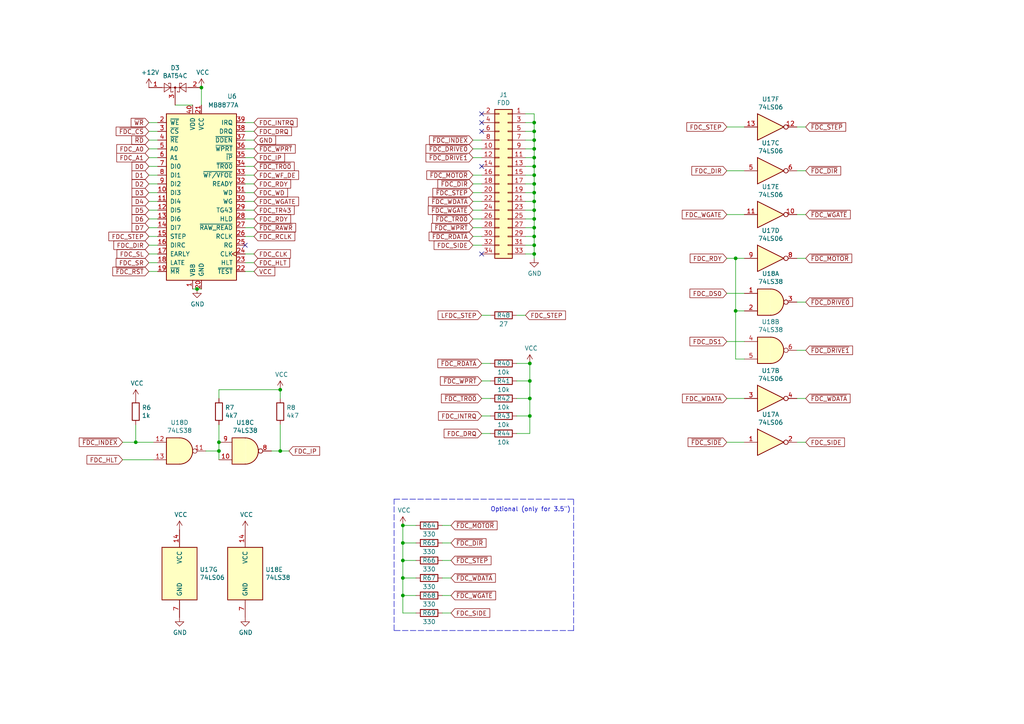
<source format=kicad_sch>
(kicad_sch (version 20230121) (generator eeschema)
  (paper "A4")
  (title_block (title "Karabas Pro") (date "2024-05-01") (rev "F"))
  (lib_symbols
    (symbol "74xx:74LS06" (pin_names (offset 1.016))
      (property "Reference" "U" (at 0 1.27 0))
      (property "Value" "74LS06" (at 0 -1.27 0))
      (symbol "74LS06_1_0"
        (polyline (pts (xy -3.81 3.81) (xy -3.81 -3.81) (xy 3.81 0) (xy -3.81 3.81)) (stroke (width 0.254)) (fill (type background)))
        (pin input line (at -7.62 0 0) (length 3.81) (name "~") (number "1"))
        (pin open_collector inverted (at 7.62 0 180) (length 3.81) (name "~") (number "2"))
      )
      (symbol "74LS06_2_0"
        (polyline (pts (xy -3.81 3.81) (xy -3.81 -3.81) (xy 3.81 0) (xy -3.81 3.81)) (stroke (width 0.254)) (fill (type background)))
        (pin input line (at -7.62 0 0) (length 3.81) (name "~") (number "3"))
        (pin open_collector inverted (at 7.62 0 180) (length 3.81) (name "~") (number "4"))
      )
      (symbol "74LS06_3_0"
        (polyline (pts (xy -3.81 3.81) (xy -3.81 -3.81) (xy 3.81 0) (xy -3.81 3.81)) (stroke (width 0.254)) (fill (type background)))
        (pin input line (at -7.62 0 0) (length 3.81) (name "~") (number "5"))
        (pin open_collector inverted (at 7.62 0 180) (length 3.81) (name "~") (number "6"))
      )
      (symbol "74LS06_4_0"
        (polyline (pts (xy -3.81 3.81) (xy -3.81 -3.81) (xy 3.81 0) (xy -3.81 3.81)) (stroke (width 0.254)) (fill (type background)))
        (pin open_collector inverted (at 7.62 0 180) (length 3.81) (name "~") (number "8"))
        (pin input line (at -7.62 0 0) (length 3.81) (name "~") (number "9"))
      )
      (symbol "74LS06_5_0"
        (polyline (pts (xy -3.81 3.81) (xy -3.81 -3.81) (xy 3.81 0) (xy -3.81 3.81)) (stroke (width 0.254)) (fill (type background)))
        (pin open_collector inverted (at 7.62 0 180) (length 3.81) (name "~") (number "10"))
        (pin input line (at -7.62 0 0) (length 3.81) (name "~") (number "11"))
      )
      (symbol "74LS06_6_0"
        (polyline (pts (xy -3.81 3.81) (xy -3.81 -3.81) (xy 3.81 0) (xy -3.81 3.81)) (stroke (width 0.254)) (fill (type background)))
        (pin open_collector inverted (at 7.62 0 180) (length 3.81) (name "~") (number "12"))
        (pin input line (at -7.62 0 0) (length 3.81) (name "~") (number "13"))
      )
      (symbol "74LS06_7_0"
        (pin power_in line (at 0 12.7 270) (length 5.08) (name "VCC") (number "14"))
        (pin power_in line (at 0 -12.7 90) (length 5.08) (name "GND") (number "7"))
      )
      (symbol "74LS06_7_1"
        (rectangle (start -5.08 7.62) (end 5.08 -7.62) (stroke (width 0.254)) (fill (type background)))
      )
    )
    (symbol "74xx:74LS38" (pin_names (offset 1.016))
      (property "Reference" "U" (at 0 1.27 0))
      (property "Value" "74LS38" (at 0 -1.27 0))
      (symbol "74LS38_1_1"
        (arc (start 0 -3.81) (mid 3.7934 0) (end 0 3.81) (stroke (width 0.254)) (fill (type background)))
        (polyline (pts (xy 0 3.81) (xy -3.81 3.81) (xy -3.81 -3.81) (xy 0 -3.81)) (stroke (width 0.254)) (fill (type background)))
        (pin input line (at -7.62 2.54 0) (length 3.81) (name "~") (number "1"))
        (pin input line (at -7.62 -2.54 0) (length 3.81) (name "~") (number "2"))
        (pin open_collector inverted (at 7.62 0 180) (length 3.81) (name "~") (number "3"))
      )
      (symbol "74LS38_1_2"
        (arc (start -3.81 -3.81) (mid -2.589 0) (end -3.81 3.81) (stroke (width 0.254)))
        (arc (start -0.6096 -3.81) (mid 2.1855 -2.584) (end 3.81 0) (stroke (width 0.254)) (fill (type background)))
        (polyline (pts (xy -3.81 -3.81) (xy -0.635 -3.81)) (stroke (width 0.254)) (fill (type background)))
        (polyline (pts (xy -3.81 3.81) (xy -0.635 3.81)) (stroke (width 0.254)) (fill (type background)))
        (polyline (pts (xy -0.635 3.81) (xy -3.81 3.81) (xy -3.81 3.81) (xy -3.556 3.4036) (xy -3.0226 2.2606) (xy -2.6924 1.0414) (xy -2.6162 -0.254) (xy -2.7686 -1.4986) (xy -3.175 -2.7178) (xy -3.81 -3.81) (xy -3.81 -3.81) (xy -0.635 -3.81)) (stroke (width -25.4)) (fill (type background)))
        (arc (start 3.81 0) (mid 2.1928 2.5925) (end -0.6096 3.81) (stroke (width 0.254)) (fill (type background)))
        (pin input inverted (at -7.62 2.54 0) (length 4.318) (name "~") (number "1"))
        (pin input inverted (at -7.62 -2.54 0) (length 4.318) (name "~") (number "2"))
        (pin open_collector line (at 7.62 0 180) (length 3.81) (name "~") (number "3"))
      )
      (symbol "74LS38_2_1"
        (arc (start 0 -3.81) (mid 3.7934 0) (end 0 3.81) (stroke (width 0.254)) (fill (type background)))
        (polyline (pts (xy 0 3.81) (xy -3.81 3.81) (xy -3.81 -3.81) (xy 0 -3.81)) (stroke (width 0.254)) (fill (type background)))
        (pin input line (at -7.62 2.54 0) (length 3.81) (name "~") (number "4"))
        (pin input line (at -7.62 -2.54 0) (length 3.81) (name "~") (number "5"))
        (pin open_collector inverted (at 7.62 0 180) (length 3.81) (name "~") (number "6"))
      )
      (symbol "74LS38_2_2"
        (arc (start -3.81 -3.81) (mid -2.589 0) (end -3.81 3.81) (stroke (width 0.254)))
        (arc (start -0.6096 -3.81) (mid 2.1855 -2.584) (end 3.81 0) (stroke (width 0.254)) (fill (type background)))
        (polyline (pts (xy -3.81 -3.81) (xy -0.635 -3.81)) (stroke (width 0.254)) (fill (type background)))
        (polyline (pts (xy -3.81 3.81) (xy -0.635 3.81)) (stroke (width 0.254)) (fill (type background)))
        (polyline (pts (xy -0.635 3.81) (xy -3.81 3.81) (xy -3.81 3.81) (xy -3.556 3.4036) (xy -3.0226 2.2606) (xy -2.6924 1.0414) (xy -2.6162 -0.254) (xy -2.7686 -1.4986) (xy -3.175 -2.7178) (xy -3.81 -3.81) (xy -3.81 -3.81) (xy -0.635 -3.81)) (stroke (width -25.4)) (fill (type background)))
        (arc (start 3.81 0) (mid 2.1928 2.5925) (end -0.6096 3.81) (stroke (width 0.254)) (fill (type background)))
        (pin input inverted (at -7.62 2.54 0) (length 4.318) (name "~") (number "4"))
        (pin input inverted (at -7.62 -2.54 0) (length 4.318) (name "~") (number "5"))
        (pin open_collector line (at 7.62 0 180) (length 3.81) (name "~") (number "6"))
      )
      (symbol "74LS38_3_1"
        (arc (start 0 -3.81) (mid 3.7934 0) (end 0 3.81) (stroke (width 0.254)) (fill (type background)))
        (polyline (pts (xy 0 3.81) (xy -3.81 3.81) (xy -3.81 -3.81) (xy 0 -3.81)) (stroke (width 0.254)) (fill (type background)))
        (pin input line (at -7.62 -2.54 0) (length 3.81) (name "~") (number "10"))
        (pin open_collector inverted (at 7.62 0 180) (length 3.81) (name "~") (number "8"))
        (pin input line (at -7.62 2.54 0) (length 3.81) (name "~") (number "9"))
      )
      (symbol "74LS38_3_2"
        (arc (start -3.81 -3.81) (mid -2.589 0) (end -3.81 3.81) (stroke (width 0.254)))
        (arc (start -0.6096 -3.81) (mid 2.1855 -2.584) (end 3.81 0) (stroke (width 0.254)) (fill (type background)))
        (polyline (pts (xy -3.81 -3.81) (xy -0.635 -3.81)) (stroke (width 0.254)) (fill (type background)))
        (polyline (pts (xy -3.81 3.81) (xy -0.635 3.81)) (stroke (width 0.254)) (fill (type background)))
        (polyline (pts (xy -0.635 3.81) (xy -3.81 3.81) (xy -3.81 3.81) (xy -3.556 3.4036) (xy -3.0226 2.2606) (xy -2.6924 1.0414) (xy -2.6162 -0.254) (xy -2.7686 -1.4986) (xy -3.175 -2.7178) (xy -3.81 -3.81) (xy -3.81 -3.81) (xy -0.635 -3.81)) (stroke (width -25.4)) (fill (type background)))
        (arc (start 3.81 0) (mid 2.1928 2.5925) (end -0.6096 3.81) (stroke (width 0.254)) (fill (type background)))
        (pin input inverted (at -7.62 -2.54 0) (length 4.318) (name "~") (number "10"))
        (pin open_collector line (at 7.62 0 180) (length 3.81) (name "~") (number "8"))
        (pin input inverted (at -7.62 2.54 0) (length 4.318) (name "~") (number "9"))
      )
      (symbol "74LS38_4_1"
        (arc (start 0 -3.81) (mid 3.7934 0) (end 0 3.81) (stroke (width 0.254)) (fill (type background)))
        (polyline (pts (xy 0 3.81) (xy -3.81 3.81) (xy -3.81 -3.81) (xy 0 -3.81)) (stroke (width 0.254)) (fill (type background)))
        (pin open_collector inverted (at 7.62 0 180) (length 3.81) (name "~") (number "11"))
        (pin input line (at -7.62 2.54 0) (length 3.81) (name "~") (number "12"))
        (pin input line (at -7.62 -2.54 0) (length 3.81) (name "~") (number "13"))
      )
      (symbol "74LS38_4_2"
        (arc (start -3.81 -3.81) (mid -2.589 0) (end -3.81 3.81) (stroke (width 0.254)))
        (arc (start -0.6096 -3.81) (mid 2.1855 -2.584) (end 3.81 0) (stroke (width 0.254)) (fill (type background)))
        (polyline (pts (xy -3.81 -3.81) (xy -0.635 -3.81)) (stroke (width 0.254)) (fill (type background)))
        (polyline (pts (xy -3.81 3.81) (xy -0.635 3.81)) (stroke (width 0.254)) (fill (type background)))
        (polyline (pts (xy -0.635 3.81) (xy -3.81 3.81) (xy -3.81 3.81) (xy -3.556 3.4036) (xy -3.0226 2.2606) (xy -2.6924 1.0414) (xy -2.6162 -0.254) (xy -2.7686 -1.4986) (xy -3.175 -2.7178) (xy -3.81 -3.81) (xy -3.81 -3.81) (xy -0.635 -3.81)) (stroke (width -25.4)) (fill (type background)))
        (arc (start 3.81 0) (mid 2.1928 2.5925) (end -0.6096 3.81) (stroke (width 0.254)) (fill (type background)))
        (pin open_collector line (at 7.62 0 180) (length 3.81) (name "~") (number "11"))
        (pin input inverted (at -7.62 2.54 0) (length 4.318) (name "~") (number "12"))
        (pin input inverted (at -7.62 -2.54 0) (length 4.318) (name "~") (number "13"))
      )
      (symbol "74LS38_5_0"
        (pin power_in line (at 0 12.7 270) (length 5.08) (name "VCC") (number "14"))
        (pin power_in line (at 0 -12.7 90) (length 5.08) (name "GND") (number "7"))
      )
      (symbol "74LS38_5_1"
        (rectangle (start -5.08 7.62) (end 5.08 -7.62) (stroke (width 0.254)) (fill (type background)))
      )
    )
    (symbol "Connector_Generic:Conn_02x17_Odd_Even" (pin_names (offset 1.016) hide)
      (property "Reference" "J" (at 1.27 22.86 0))
      (property "Value" "Conn_02x17_Odd_Even" (at 1.27 -22.86 0))
      (symbol "Conn_02x17_Odd_Even_1_1"
        (rectangle (start -1.27 -20.193) (end 0 -20.447) (stroke (width 0.1524)))
        (rectangle (start -1.27 -17.653) (end 0 -17.907) (stroke (width 0.1524)))
        (rectangle (start -1.27 -15.113) (end 0 -15.367) (stroke (width 0.1524)))
        (rectangle (start -1.27 -12.573) (end 0 -12.827) (stroke (width 0.1524)))
        (rectangle (start -1.27 -10.033) (end 0 -10.287) (stroke (width 0.1524)))
        (rectangle (start -1.27 -7.493) (end 0 -7.747) (stroke (width 0.1524)))
        (rectangle (start -1.27 -4.953) (end 0 -5.207) (stroke (width 0.1524)))
        (rectangle (start -1.27 -2.413) (end 0 -2.667) (stroke (width 0.1524)))
        (rectangle (start -1.27 0.127) (end 0 -0.127) (stroke (width 0.1524)))
        (rectangle (start -1.27 2.667) (end 0 2.413) (stroke (width 0.1524)))
        (rectangle (start -1.27 5.207) (end 0 4.953) (stroke (width 0.1524)))
        (rectangle (start -1.27 7.747) (end 0 7.493) (stroke (width 0.1524)))
        (rectangle (start -1.27 10.287) (end 0 10.033) (stroke (width 0.1524)))
        (rectangle (start -1.27 12.827) (end 0 12.573) (stroke (width 0.1524)))
        (rectangle (start -1.27 15.367) (end 0 15.113) (stroke (width 0.1524)))
        (rectangle (start -1.27 17.907) (end 0 17.653) (stroke (width 0.1524)))
        (rectangle (start -1.27 20.447) (end 0 20.193) (stroke (width 0.1524)))
        (rectangle (start -1.27 21.59) (end 3.81 -21.59) (stroke (width 0.254)) (fill (type background)))
        (rectangle (start 3.81 -20.193) (end 2.54 -20.447) (stroke (width 0.1524)))
        (rectangle (start 3.81 -17.653) (end 2.54 -17.907) (stroke (width 0.1524)))
        (rectangle (start 3.81 -15.113) (end 2.54 -15.367) (stroke (width 0.1524)))
        (rectangle (start 3.81 -12.573) (end 2.54 -12.827) (stroke (width 0.1524)))
        (rectangle (start 3.81 -10.033) (end 2.54 -10.287) (stroke (width 0.1524)))
        (rectangle (start 3.81 -7.493) (end 2.54 -7.747) (stroke (width 0.1524)))
        (rectangle (start 3.81 -4.953) (end 2.54 -5.207) (stroke (width 0.1524)))
        (rectangle (start 3.81 -2.413) (end 2.54 -2.667) (stroke (width 0.1524)))
        (rectangle (start 3.81 0.127) (end 2.54 -0.127) (stroke (width 0.1524)))
        (rectangle (start 3.81 2.667) (end 2.54 2.413) (stroke (width 0.1524)))
        (rectangle (start 3.81 5.207) (end 2.54 4.953) (stroke (width 0.1524)))
        (rectangle (start 3.81 7.747) (end 2.54 7.493) (stroke (width 0.1524)))
        (rectangle (start 3.81 10.287) (end 2.54 10.033) (stroke (width 0.1524)))
        (rectangle (start 3.81 12.827) (end 2.54 12.573) (stroke (width 0.1524)))
        (rectangle (start 3.81 15.367) (end 2.54 15.113) (stroke (width 0.1524)))
        (rectangle (start 3.81 17.907) (end 2.54 17.653) (stroke (width 0.1524)))
        (rectangle (start 3.81 20.447) (end 2.54 20.193) (stroke (width 0.1524)))
        (pin passive line (at -5.08 20.32 0) (length 3.81) (name "Pin_1") (number "1"))
        (pin passive line (at 7.62 10.16 180) (length 3.81) (name "Pin_10") (number "10"))
        (pin passive line (at -5.08 7.62 0) (length 3.81) (name "Pin_11") (number "11"))
        (pin passive line (at 7.62 7.62 180) (length 3.81) (name "Pin_12") (number "12"))
        (pin passive line (at -5.08 5.08 0) (length 3.81) (name "Pin_13") (number "13"))
        (pin passive line (at 7.62 5.08 180) (length 3.81) (name "Pin_14") (number "14"))
        (pin passive line (at -5.08 2.54 0) (length 3.81) (name "Pin_15") (number "15"))
        (pin passive line (at 7.62 2.54 180) (length 3.81) (name "Pin_16") (number "16"))
        (pin passive line (at -5.08 0 0) (length 3.81) (name "Pin_17") (number "17"))
        (pin passive line (at 7.62 0 180) (length 3.81) (name "Pin_18") (number "18"))
        (pin passive line (at -5.08 -2.54 0) (length 3.81) (name "Pin_19") (number "19"))
        (pin passive line (at 7.62 20.32 180) (length 3.81) (name "Pin_2") (number "2"))
        (pin passive line (at 7.62 -2.54 180) (length 3.81) (name "Pin_20") (number "20"))
        (pin passive line (at -5.08 -5.08 0) (length 3.81) (name "Pin_21") (number "21"))
        (pin passive line (at 7.62 -5.08 180) (length 3.81) (name "Pin_22") (number "22"))
        (pin passive line (at -5.08 -7.62 0) (length 3.81) (name "Pin_23") (number "23"))
        (pin passive line (at 7.62 -7.62 180) (length 3.81) (name "Pin_24") (number "24"))
        (pin passive line (at -5.08 -10.16 0) (length 3.81) (name "Pin_25") (number "25"))
        (pin passive line (at 7.62 -10.16 180) (length 3.81) (name "Pin_26") (number "26"))
        (pin passive line (at -5.08 -12.7 0) (length 3.81) (name "Pin_27") (number "27"))
        (pin passive line (at 7.62 -12.7 180) (length 3.81) (name "Pin_28") (number "28"))
        (pin passive line (at -5.08 -15.24 0) (length 3.81) (name "Pin_29") (number "29"))
        (pin passive line (at -5.08 17.78 0) (length 3.81) (name "Pin_3") (number "3"))
        (pin passive line (at 7.62 -15.24 180) (length 3.81) (name "Pin_30") (number "30"))
        (pin passive line (at -5.08 -17.78 0) (length 3.81) (name "Pin_31") (number "31"))
        (pin passive line (at 7.62 -17.78 180) (length 3.81) (name "Pin_32") (number "32"))
        (pin passive line (at -5.08 -20.32 0) (length 3.81) (name "Pin_33") (number "33"))
        (pin passive line (at 7.62 -20.32 180) (length 3.81) (name "Pin_34") (number "34"))
        (pin passive line (at 7.62 17.78 180) (length 3.81) (name "Pin_4") (number "4"))
        (pin passive line (at -5.08 15.24 0) (length 3.81) (name "Pin_5") (number "5"))
        (pin passive line (at 7.62 15.24 180) (length 3.81) (name "Pin_6") (number "6"))
        (pin passive line (at -5.08 12.7 0) (length 3.81) (name "Pin_7") (number "7"))
        (pin passive line (at 7.62 12.7 180) (length 3.81) (name "Pin_8") (number "8"))
        (pin passive line (at -5.08 10.16 0) (length 3.81) (name "Pin_9") (number "9"))
      )
    )
    (symbol "Device:R" (pin_numbers hide) (pin_names (offset 0))
      (property "Reference" "R" (at 2.032 0 90))
      (property "Value" "R" (at 0 0 90))
      (symbol "R_0_1"
        (rectangle (start -1.016 -2.54) (end 1.016 2.54) (stroke (width 0.254)))
      )
      (symbol "R_1_1"
        (pin passive line (at 0 3.81 270) (length 1.27) (name "~") (number "1"))
        (pin passive line (at 0 -3.81 90) (length 1.27) (name "~") (number "2"))
      )
    )
    (symbol "Diode:BAT54C" (pin_names (offset 1.016))
      (property "Reference" "D" (at 0.635 -3.81 0))
      (property "Value" "BAT54C" (at -6.35 3.175 0))
      (symbol "BAT54C_0_1"
        (polyline (pts (xy -1.905 0) (xy 1.905 0)))
        (polyline (pts (xy -1.905 1.27) (xy -1.905 1.016)))
        (polyline (pts (xy -1.27 -1.27) (xy -0.635 -1.27)))
        (polyline (pts (xy -1.27 0) (xy -3.81 0)))
        (polyline (pts (xy -1.27 1.27) (xy -1.905 1.27)))
        (polyline (pts (xy -1.27 1.27) (xy -1.27 -1.27)))
        (polyline (pts (xy -0.635 -1.27) (xy -0.635 -1.016)))
        (polyline (pts (xy 0.635 -1.27) (xy 0.635 -1.016)))
        (polyline (pts (xy 1.27 -1.27) (xy 0.635 -1.27)))
        (polyline (pts (xy 1.27 1.27) (xy 1.27 -1.27)))
        (polyline (pts (xy 1.27 1.27) (xy 1.905 1.27)))
        (polyline (pts (xy 1.905 1.27) (xy 1.905 1.016)))
        (polyline (pts (xy 3.81 0) (xy 1.27 0)))
        (polyline (pts (xy -3.175 -1.27) (xy -3.175 1.27) (xy -1.27 0) (xy -3.175 -1.27)))
        (polyline (pts (xy 3.175 -1.27) (xy 3.175 1.27) (xy 1.27 0) (xy 3.175 -1.27)))
        (circle (center 0 0) (radius 0.254) (fill (type outline)))
      )
      (symbol "BAT54C_1_1"
        (pin passive line (at -7.62 0 0) (length 3.81) (name "~") (number "1"))
        (pin passive line (at 7.62 0 180) (length 3.81) (name "~") (number "2"))
        (pin passive line (at 0 -5.08 90) (length 5.08) (name "~") (number "3"))
      )
    )
    (symbol "power:+12V" (power) (pin_names (offset 0))
      (property "Value" "+12V" (at 0 3.556 0))
      (symbol "+12V_0_1"
        (polyline (pts (xy -0.762 1.27) (xy 0 2.54)))
        (polyline (pts (xy 0 0) (xy 0 2.54)))
        (polyline (pts (xy 0 2.54) (xy 0.762 1.27)))
      )
      (symbol "+12V_1_1"
        (pin power_in line (at 0 0 90) (length 0) hide (name "+12V") (number "1"))
      )
    )
    (symbol "power:GND" (power) (pin_names (offset 0))
      (property "Value" "GND" (at 0 -3.81 0))
      (symbol "GND_0_1"
        (polyline (pts (xy 0 0) (xy 0 -1.27) (xy 1.27 -1.27) (xy 0 -2.54) (xy -1.27 -1.27) (xy 0 -1.27)))
      )
      (symbol "GND_1_1"
        (pin power_in line (at 0 0 270) (length 0) hide (name "GND") (number "1"))
      )
    )
    (symbol "power:VCC" (power) (pin_names (offset 0))
      (property "Value" "VCC" (at 0 3.81 0))
      (symbol "VCC_0_1"
        (polyline (pts (xy -0.762 1.27) (xy 0 2.54)))
        (polyline (pts (xy 0 0) (xy 0 2.54)))
        (polyline (pts (xy 0 2.54) (xy 0.762 1.27)))
      )
      (symbol "VCC_1_1"
        (pin power_in line (at 0 0 90) (length 0) hide (name "VCC") (number "1"))
      )
    )
    (symbol "retro:MB8877A" (pin_names (offset 1.016))
      (property "Reference" "U" (at -8.89 24.13 0))
      (property "Value" "MB8877A" (at 8.382 24.384 0))
      (symbol "MB8877A_0_1"
        (rectangle (start -10.16 22.86) (end 10.16 -25.4) (stroke (width 0.254)) (fill (type background)))
      )
      (symbol "MB8877A_1_1"
        (pin power_in line (at -2.54 -27.94 90) (length 2.54) (name "VBB") (number "1"))
        (pin tri_state line (at -12.7 0 0) (length 2.54) (name "DI3") (number "10"))
        (pin tri_state line (at -12.7 -2.54 0) (length 2.54) (name "DI4") (number "11"))
        (pin tri_state line (at -12.7 -5.08 0) (length 2.54) (name "DI5") (number "12"))
        (pin tri_state line (at -12.7 -7.62 0) (length 2.54) (name "DI6") (number "13"))
        (pin tri_state line (at -12.7 -10.16 0) (length 2.54) (name "DI7") (number "14"))
        (pin output line (at -12.7 -12.7 0) (length 2.54) (name "STEP") (number "15"))
        (pin output line (at -12.7 -15.24 0) (length 2.54) (name "DIRC") (number "16"))
        (pin output line (at -12.7 -17.78 0) (length 2.54) (name "EARLY") (number "17"))
        (pin input line (at -12.7 -20.32 0) (length 2.54) (name "LATE") (number "18"))
        (pin input line (at -12.7 -22.86 0) (length 2.54) (name "~{MR}") (number "19"))
        (pin input line (at -12.7 20.32 0) (length 2.54) (name "~{WE}") (number "2"))
        (pin power_in line (at 0 -27.94 90) (length 2.54) (name "GND") (number "20"))
        (pin power_in line (at 0 25.4 270) (length 2.54) (name "VCC") (number "21"))
        (pin input line (at 12.7 -22.86 180) (length 2.54) (name "~{TEST}") (number "22"))
        (pin input line (at 12.7 -20.32 180) (length 2.54) (name "HLT") (number "23"))
        (pin input clock (at 12.7 -17.78 180) (length 2.54) (name "CLK") (number "24"))
        (pin input line (at 12.7 -15.24 180) (length 2.54) (name "RG") (number "25"))
        (pin input line (at 12.7 -12.7 180) (length 2.54) (name "RCLK") (number "26"))
        (pin input line (at 12.7 -10.16 180) (length 2.54) (name "~{RAW_READ}") (number "27"))
        (pin input line (at 12.7 -7.62 180) (length 2.54) (name "HLD") (number "28"))
        (pin output line (at 12.7 -5.08 180) (length 2.54) (name "TG43") (number "29"))
        (pin input line (at -12.7 17.78 0) (length 2.54) (name "~{CS}") (number "3"))
        (pin output line (at 12.7 -2.54 180) (length 2.54) (name "WG") (number "30"))
        (pin output line (at 12.7 0 180) (length 2.54) (name "WD") (number "31"))
        (pin input line (at 12.7 2.54 180) (length 2.54) (name "READY") (number "32"))
        (pin input line (at 12.7 5.08 180) (length 2.54) (name "~{WF/VFOE}") (number "33"))
        (pin input line (at 12.7 7.62 180) (length 2.54) (name "~{TR00}") (number "34"))
        (pin input line (at 12.7 10.16 180) (length 2.54) (name "~{IP}") (number "35"))
        (pin input line (at 12.7 12.7 180) (length 2.54) (name "~{WPRT}") (number "36"))
        (pin input line (at 12.7 15.24 180) (length 2.54) (name "~{DDEN}") (number "37"))
        (pin output line (at 12.7 17.78 180) (length 2.54) (name "DRQ") (number "38"))
        (pin input line (at 12.7 20.32 180) (length 2.54) (name "IRQ") (number "39"))
        (pin input line (at -12.7 15.24 0) (length 2.54) (name "~{RE}") (number "4"))
        (pin power_in line (at -2.54 25.4 270) (length 2.54) (name "VDD") (number "40"))
        (pin input line (at -12.7 12.7 0) (length 2.54) (name "A0") (number "5"))
        (pin input line (at -12.7 10.16 0) (length 2.54) (name "A1") (number "6"))
        (pin tri_state line (at -12.7 7.62 0) (length 2.54) (name "DI0") (number "7"))
        (pin tri_state line (at -12.7 5.08 0) (length 2.54) (name "DI1") (number "8"))
        (pin tri_state line (at -12.7 2.54 0) (length 2.54) (name "DI2") (number "9"))
      )
    )
  )
  (junction (at 153.67 105.41))
  (junction (at 116.84 167.64))
  (junction (at 153.67 110.49))
  (junction (at 116.84 152.4))
  (junction (at 213.36 74.93))
  (junction (at 154.94 68.58))
  (junction (at 154.94 63.5))
  (junction (at 116.84 157.48))
  (junction (at 58.42 25.4))
  (junction (at 63.5 128.27))
  (junction (at 154.94 40.64))
  (junction (at 154.94 73.66))
  (junction (at 81.28 130.81))
  (junction (at 81.28 113.03))
  (junction (at 154.94 60.96))
  (junction (at 154.94 38.1))
  (junction (at 63.5 130.81))
  (junction (at 154.94 71.12))
  (junction (at 154.94 35.56))
  (junction (at 154.94 55.88))
  (junction (at 153.67 115.57))
  (junction (at 39.37 128.27))
  (junction (at 154.94 43.18))
  (junction (at 154.94 58.42))
  (junction (at 57.15 83.82))
  (junction (at 154.94 66.04))
  (junction (at 154.94 50.8))
  (junction (at 154.94 48.26))
  (junction (at 154.94 53.34))
  (junction (at 153.67 120.65))
  (junction (at 154.94 45.72))
  (junction (at 116.84 162.56))
  (junction (at 213.36 90.17))
  (junction (at 116.84 172.72))
  (no_connect (at 139.7 38.1))
  (no_connect (at 139.7 35.56))
  (no_connect (at 139.7 33.02))
  (no_connect (at 139.7 48.26))
  (no_connect (at 71.12 71.12))
  (no_connect (at 139.7 73.66))
  (wire (pts (xy 116.84 162.56) (xy 116.84 167.64)))
  (wire (pts (xy 152.4 68.58) (xy 154.94 68.58)))
  (wire (pts (xy 81.28 130.81) (xy 81.28 123.19)))
  (wire (pts (xy 154.94 43.18) (xy 154.94 45.72)))
  (wire (pts (xy 63.5 130.81) (xy 63.5 133.35)))
  (wire (pts (xy 120.65 172.72) (xy 116.84 172.72)))
  (wire (pts (xy 43.18 38.1) (xy 45.72 38.1)))
  (wire (pts (xy 128.27 167.64) (xy 130.81 167.64)))
  (wire (pts (xy 137.16 50.8) (xy 139.7 50.8)))
  (wire (pts (xy 154.94 45.72) (xy 154.94 48.26)))
  (wire (pts (xy 137.16 68.58) (xy 139.7 68.58)))
  (wire (pts (xy 231.14 87.63) (xy 233.68 87.63)))
  (wire (pts (xy 154.94 35.56) (xy 154.94 38.1)))
  (wire (pts (xy 139.7 115.57) (xy 142.24 115.57)))
  (wire (pts (xy 43.18 63.5) (xy 45.72 63.5)))
  (wire (pts (xy 152.4 33.02) (xy 154.94 33.02)))
  (wire (pts (xy 71.12 50.8) (xy 73.66 50.8)))
  (wire (pts (xy 210.82 49.53) (xy 215.9 49.53)))
  (wire (pts (xy 152.4 66.04) (xy 154.94 66.04)))
  (wire (pts (xy 73.66 58.42) (xy 71.12 58.42)))
  (wire (pts (xy 154.94 68.58) (xy 154.94 71.12)))
  (wire (pts (xy 154.94 33.02) (xy 154.94 35.56)))
  (wire (pts (xy 231.14 115.57) (xy 233.68 115.57)))
  (wire (pts (xy 120.65 167.64) (xy 116.84 167.64)))
  (wire (pts (xy 63.5 113.03) (xy 81.28 113.03)))
  (wire (pts (xy 152.4 60.96) (xy 154.94 60.96)))
  (wire (pts (xy 120.65 177.8) (xy 116.84 177.8)))
  (wire (pts (xy 137.16 58.42) (xy 139.7 58.42)))
  (polyline (pts (xy 114.3 182.88) (xy 114.3 144.78)) (stroke (width 0) (type dash)))
  (wire (pts (xy 153.67 110.49) (xy 153.67 115.57)))
  (wire (pts (xy 137.16 43.18) (xy 139.7 43.18)))
  (wire (pts (xy 43.18 40.64) (xy 45.72 40.64)))
  (wire (pts (xy 57.15 83.82) (xy 58.42 83.82)))
  (wire (pts (xy 44.45 128.27) (xy 39.37 128.27)))
  (wire (pts (xy 231.14 101.6) (xy 233.68 101.6)))
  (wire (pts (xy 73.66 43.18) (xy 71.12 43.18)))
  (wire (pts (xy 83.82 130.81) (xy 81.28 130.81)))
  (wire (pts (xy 128.27 177.8) (xy 130.81 177.8)))
  (wire (pts (xy 215.9 104.14) (xy 213.36 104.14)))
  (wire (pts (xy 63.5 115.57) (xy 63.5 113.03)))
  (wire (pts (xy 43.18 66.04) (xy 45.72 66.04)))
  (wire (pts (xy 149.86 120.65) (xy 153.67 120.65)))
  (wire (pts (xy 73.66 78.74) (xy 71.12 78.74)))
  (wire (pts (xy 63.5 130.81) (xy 63.5 128.27)))
  (wire (pts (xy 137.16 63.5) (xy 139.7 63.5)))
  (wire (pts (xy 231.14 62.23) (xy 233.68 62.23)))
  (polyline (pts (xy 114.3 144.78) (xy 166.37 144.78)) (stroke (width 0) (type dash)))
  (wire (pts (xy 116.84 167.64) (xy 116.84 172.72)))
  (wire (pts (xy 231.14 128.27) (xy 233.68 128.27)))
  (wire (pts (xy 43.18 48.26) (xy 45.72 48.26)))
  (wire (pts (xy 137.16 55.88) (xy 139.7 55.88)))
  (wire (pts (xy 71.12 60.96) (xy 73.66 60.96)))
  (wire (pts (xy 39.37 128.27) (xy 39.37 123.19)))
  (wire (pts (xy 43.18 35.56) (xy 45.72 35.56)))
  (wire (pts (xy 149.86 110.49) (xy 153.67 110.49)))
  (wire (pts (xy 154.94 53.34) (xy 154.94 55.88)))
  (wire (pts (xy 63.5 123.19) (xy 63.5 128.27)))
  (wire (pts (xy 43.18 58.42) (xy 45.72 58.42)))
  (wire (pts (xy 154.94 50.8) (xy 154.94 53.34)))
  (wire (pts (xy 139.7 125.73) (xy 142.24 125.73)))
  (wire (pts (xy 116.84 157.48) (xy 116.84 152.4)))
  (wire (pts (xy 152.4 45.72) (xy 154.94 45.72)))
  (wire (pts (xy 154.94 58.42) (xy 154.94 60.96)))
  (wire (pts (xy 152.4 48.26) (xy 154.94 48.26)))
  (wire (pts (xy 43.18 78.74) (xy 45.72 78.74)))
  (wire (pts (xy 154.94 71.12) (xy 154.94 73.66)))
  (wire (pts (xy 149.86 105.41) (xy 153.67 105.41)))
  (wire (pts (xy 73.66 73.66) (xy 71.12 73.66)))
  (wire (pts (xy 152.4 55.88) (xy 154.94 55.88)))
  (wire (pts (xy 210.82 115.57) (xy 215.9 115.57)))
  (wire (pts (xy 71.12 55.88) (xy 73.66 55.88)))
  (wire (pts (xy 81.28 115.57) (xy 81.28 113.03)))
  (wire (pts (xy 50.8 30.48) (xy 55.88 30.48)))
  (wire (pts (xy 59.69 130.81) (xy 63.5 130.81)))
  (wire (pts (xy 213.36 90.17) (xy 213.36 74.93)))
  (wire (pts (xy 137.16 60.96) (xy 139.7 60.96)))
  (wire (pts (xy 116.84 157.48) (xy 116.84 162.56)))
  (wire (pts (xy 152.4 53.34) (xy 154.94 53.34)))
  (wire (pts (xy 128.27 162.56) (xy 130.81 162.56)))
  (wire (pts (xy 43.18 43.18) (xy 45.72 43.18)))
  (wire (pts (xy 154.94 38.1) (xy 154.94 40.64)))
  (wire (pts (xy 137.16 40.64) (xy 139.7 40.64)))
  (wire (pts (xy 71.12 76.2) (xy 73.66 76.2)))
  (wire (pts (xy 154.94 63.5) (xy 154.94 66.04)))
  (wire (pts (xy 128.27 152.4) (xy 130.81 152.4)))
  (wire (pts (xy 58.42 25.4) (xy 58.42 30.48)))
  (wire (pts (xy 154.94 60.96) (xy 154.94 63.5)))
  (wire (pts (xy 128.27 172.72) (xy 130.81 172.72)))
  (wire (pts (xy 71.12 40.64) (xy 73.66 40.64)))
  (wire (pts (xy 153.67 115.57) (xy 153.67 120.65)))
  (wire (pts (xy 43.18 60.96) (xy 45.72 60.96)))
  (wire (pts (xy 43.18 55.88) (xy 45.72 55.88)))
  (wire (pts (xy 43.18 68.58) (xy 45.72 68.58)))
  (wire (pts (xy 152.4 58.42) (xy 154.94 58.42)))
  (wire (pts (xy 149.86 91.44) (xy 152.4 91.44)))
  (wire (pts (xy 210.82 74.93) (xy 213.36 74.93)))
  (polyline (pts (xy 166.37 182.88) (xy 114.3 182.88)) (stroke (width 0) (type dash)))
  (wire (pts (xy 43.18 71.12) (xy 45.72 71.12)))
  (wire (pts (xy 73.66 48.26) (xy 71.12 48.26)))
  (wire (pts (xy 55.88 83.82) (xy 57.15 83.82)))
  (wire (pts (xy 152.4 73.66) (xy 154.94 73.66)))
  (wire (pts (xy 210.82 99.06) (xy 215.9 99.06)))
  (wire (pts (xy 43.18 50.8) (xy 45.72 50.8)))
  (wire (pts (xy 210.82 85.09) (xy 215.9 85.09)))
  (wire (pts (xy 139.7 91.44) (xy 142.24 91.44)))
  (wire (pts (xy 120.65 162.56) (xy 116.84 162.56)))
  (wire (pts (xy 120.65 157.48) (xy 116.84 157.48)))
  (wire (pts (xy 43.18 73.66) (xy 45.72 73.66)))
  (wire (pts (xy 139.7 120.65) (xy 142.24 120.65)))
  (wire (pts (xy 73.66 53.34) (xy 71.12 53.34)))
  (wire (pts (xy 152.4 63.5) (xy 154.94 63.5)))
  (wire (pts (xy 71.12 66.04) (xy 73.66 66.04)))
  (wire (pts (xy 137.16 45.72) (xy 139.7 45.72)))
  (wire (pts (xy 213.36 74.93) (xy 215.9 74.93)))
  (wire (pts (xy 154.94 66.04) (xy 154.94 68.58)))
  (wire (pts (xy 73.66 63.5) (xy 71.12 63.5)))
  (wire (pts (xy 153.67 125.73) (xy 149.86 125.73)))
  (wire (pts (xy 152.4 35.56) (xy 154.94 35.56)))
  (wire (pts (xy 137.16 53.34) (xy 139.7 53.34)))
  (wire (pts (xy 231.14 49.53) (xy 233.68 49.53)))
  (wire (pts (xy 73.66 68.58) (xy 71.12 68.58)))
  (wire (pts (xy 153.67 105.41) (xy 153.67 110.49)))
  (wire (pts (xy 152.4 38.1) (xy 154.94 38.1)))
  (wire (pts (xy 78.74 130.81) (xy 81.28 130.81)))
  (wire (pts (xy 213.36 104.14) (xy 213.36 90.17)))
  (wire (pts (xy 35.56 128.27) (xy 39.37 128.27)))
  (wire (pts (xy 43.18 76.2) (xy 45.72 76.2)))
  (wire (pts (xy 43.18 53.34) (xy 45.72 53.34)))
  (polyline (pts (xy 166.37 144.78) (xy 166.37 182.88)) (stroke (width 0) (type dash)))
  (wire (pts (xy 139.7 110.49) (xy 142.24 110.49)))
  (wire (pts (xy 137.16 71.12) (xy 139.7 71.12)))
  (wire (pts (xy 73.66 38.1) (xy 71.12 38.1)))
  (wire (pts (xy 116.84 152.4) (xy 120.65 152.4)))
  (wire (pts (xy 210.82 36.83) (xy 215.9 36.83)))
  (wire (pts (xy 152.4 50.8) (xy 154.94 50.8)))
  (wire (pts (xy 137.16 66.04) (xy 139.7 66.04)))
  (wire (pts (xy 154.94 48.26) (xy 154.94 50.8)))
  (wire (pts (xy 35.56 133.35) (xy 44.45 133.35)))
  (wire (pts (xy 154.94 73.66) (xy 154.94 74.93)))
  (wire (pts (xy 210.82 128.27) (xy 215.9 128.27)))
  (wire (pts (xy 231.14 74.93) (xy 233.68 74.93)))
  (wire (pts (xy 210.82 62.23) (xy 215.9 62.23)))
  (wire (pts (xy 152.4 43.18) (xy 154.94 43.18)))
  (wire (pts (xy 154.94 40.64) (xy 154.94 43.18)))
  (wire (pts (xy 128.27 157.48) (xy 130.81 157.48)))
  (wire (pts (xy 71.12 35.56) (xy 73.66 35.56)))
  (wire (pts (xy 71.12 45.72) (xy 73.66 45.72)))
  (wire (pts (xy 152.4 40.64) (xy 154.94 40.64)))
  (wire (pts (xy 139.7 105.41) (xy 142.24 105.41)))
  (wire (pts (xy 149.86 115.57) (xy 153.67 115.57)))
  (wire (pts (xy 153.67 120.65) (xy 153.67 125.73)))
  (wire (pts (xy 154.94 55.88) (xy 154.94 58.42)))
  (wire (pts (xy 231.14 36.83) (xy 233.68 36.83)))
  (wire (pts (xy 152.4 71.12) (xy 154.94 71.12)))
  (wire (pts (xy 43.18 45.72) (xy 45.72 45.72)))
  (wire (pts (xy 213.36 90.17) (xy 215.9 90.17)))
  (wire (pts (xy 116.84 172.72) (xy 116.84 177.8)))
  (text "Optional (only for 3.5\")" (at 142.24 148.59 0) (effects (font (size 1.27 1.27)) (justify left bottom)))
  (global_label "FDC_DIR" (shape input) (at 210.82 49.53 180) (property "Intersheetrefs" "${INTERSHEET_REFS}" (effects hide)))
  (global_label "~{FDC_WDATA}" (shape input) (at 137.16 58.42 180) (property "Intersheetrefs" "${INTERSHEET_REFS}" (effects hide)))
  (global_label "~{FDC_TR00}" (shape input) (at 137.16 63.5 180) (property "Intersheetrefs" "${INTERSHEET_REFS}" (effects hide)))
  (global_label "FDC_WF_DE" (shape input) (at 73.66 50.8 0) (property "Intersheetrefs" "${INTERSHEET_REFS}" (effects hide)))
  (global_label "FDC_STEP" (shape input) (at 210.82 36.83 180) (property "Intersheetrefs" "${INTERSHEET_REFS}" (effects hide)))
  (global_label "FDC_DRQ" (shape input) (at 73.66 38.1 0) (property "Intersheetrefs" "${INTERSHEET_REFS}" (effects hide)))
  (global_label "FDC_DRQ" (shape input) (at 139.7 125.73 180) (property "Intersheetrefs" "${INTERSHEET_REFS}" (effects hide)))
  (global_label "~{FDC_MOTOR}" (shape input) (at 130.81 152.4 0) (property "Intersheetrefs" "${INTERSHEET_REFS}" (effects hide)))
  (global_label "FDC_HLT" (shape input) (at 73.66 76.2 0) (property "Intersheetrefs" "${INTERSHEET_REFS}" (effects hide)))
  (global_label "FDC_INTRQ" (shape input) (at 139.7 120.65 180) (property "Intersheetrefs" "${INTERSHEET_REFS}" (effects hide)))
  (global_label "~{FDC_INDEX}" (shape input) (at 137.16 40.64 180) (property "Intersheetrefs" "${INTERSHEET_REFS}" (effects hide)))
  (global_label "FDC_DIR" (shape input) (at 43.18 71.12 180) (property "Intersheetrefs" "${INTERSHEET_REFS}" (effects hide)))
  (global_label "D0" (shape input) (at 43.18 48.26 180) (property "Intersheetrefs" "${INTERSHEET_REFS}" (effects hide)))
  (global_label "FDC_IP" (shape input) (at 83.82 130.81 0) (property "Intersheetrefs" "${INTERSHEET_REFS}" (effects hide)))
  (global_label "~{FDC_STEP}" (shape input) (at 137.16 55.88 180) (property "Intersheetrefs" "${INTERSHEET_REFS}" (effects hide)))
  (global_label "FDC_A1" (shape input) (at 43.18 45.72 180) (property "Intersheetrefs" "${INTERSHEET_REFS}" (effects hide)))
  (global_label "~{FDC_RDATA}" (shape input) (at 137.16 68.58 180) (property "Intersheetrefs" "${INTERSHEET_REFS}" (effects hide)))
  (global_label "~{FDC_WDATA}" (shape input) (at 233.68 115.57 0) (property "Intersheetrefs" "${INTERSHEET_REFS}" (effects hide)))
  (global_label "FDC_RDY" (shape input) (at 73.66 53.34 0) (property "Intersheetrefs" "${INTERSHEET_REFS}" (effects hide)))
  (global_label "GND" (shape input) (at 73.66 40.64 0) (property "Intersheetrefs" "${INTERSHEET_REFS}" (effects hide)))
  (global_label "~{FDC_DIR}" (shape input) (at 233.68 49.53 0) (property "Intersheetrefs" "${INTERSHEET_REFS}" (effects hide)))
  (global_label "~{FDC_WDATA}" (shape input) (at 130.81 167.64 0) (property "Intersheetrefs" "${INTERSHEET_REFS}" (effects hide)))
  (global_label "~{FDC_CS}" (shape input) (at 43.18 38.1 180) (property "Intersheetrefs" "${INTERSHEET_REFS}" (effects hide)))
  (global_label "FDC_CLK" (shape input) (at 73.66 73.66 0) (property "Intersheetrefs" "${INTERSHEET_REFS}" (effects hide)))
  (global_label "~{FDC_TR00}" (shape input) (at 139.7 115.57 180) (property "Intersheetrefs" "${INTERSHEET_REFS}" (effects hide)))
  (global_label "FDC_SL" (shape input) (at 43.18 73.66 180) (property "Intersheetrefs" "${INTERSHEET_REFS}" (effects hide)))
  (global_label "~{FDC_STEP}" (shape input) (at 130.81 162.56 0) (property "Intersheetrefs" "${INTERSHEET_REFS}" (effects hide)))
  (global_label "~{FDC_DRIVE0}" (shape input) (at 233.68 87.63 0) (property "Intersheetrefs" "${INTERSHEET_REFS}" (effects hide)))
  (global_label "~{FDC_INDEX}" (shape input) (at 35.56 128.27 180) (property "Intersheetrefs" "${INTERSHEET_REFS}" (effects hide)))
  (global_label "FDC_INTRQ" (shape input) (at 73.66 35.56 0) (property "Intersheetrefs" "${INTERSHEET_REFS}" (effects hide)))
  (global_label "FDC_WGATE" (shape input) (at 210.82 62.23 180) (property "Intersheetrefs" "${INTERSHEET_REFS}" (effects hide)))
  (global_label "FDC_DS1" (shape input) (at 210.82 99.06 180) (property "Intersheetrefs" "${INTERSHEET_REFS}" (effects hide)))
  (global_label "FDC_IP" (shape input) (at 73.66 45.72 0) (property "Intersheetrefs" "${INTERSHEET_REFS}" (effects hide)))
  (global_label "FDC_SR" (shape input) (at 43.18 76.2 180) (property "Intersheetrefs" "${INTERSHEET_REFS}" (effects hide)))
  (global_label "FDC_SIDE" (shape input) (at 130.81 177.8 0) (property "Intersheetrefs" "${INTERSHEET_REFS}" (effects hide)))
  (global_label "~{WR}" (shape input) (at 43.18 35.56 180) (property "Intersheetrefs" "${INTERSHEET_REFS}" (effects hide)))
  (global_label "~{FDC_WGATE}" (shape input) (at 137.16 60.96 180) (property "Intersheetrefs" "${INTERSHEET_REFS}" (effects hide)))
  (global_label "~{FDC_WPRT}" (shape input) (at 139.7 110.49 180) (property "Intersheetrefs" "${INTERSHEET_REFS}" (effects hide)))
  (global_label "~{FDC_DIR}" (shape input) (at 130.81 157.48 0) (property "Intersheetrefs" "${INTERSHEET_REFS}" (effects hide)))
  (global_label "~{FDC_SIDE}" (shape input) (at 210.82 128.27 180) (property "Intersheetrefs" "${INTERSHEET_REFS}" (effects hide)))
  (global_label "FDC_RDY" (shape input) (at 73.66 63.5 0) (property "Intersheetrefs" "${INTERSHEET_REFS}" (effects hide)))
  (global_label "FDC_RCLK" (shape input) (at 73.66 68.58 0) (property "Intersheetrefs" "${INTERSHEET_REFS}" (effects hide)))
  (global_label "FDC_STEP" (shape input) (at 43.18 68.58 180) (property "Intersheetrefs" "${INTERSHEET_REFS}" (effects hide)))
  (global_label "~{FDC_RAWR}" (shape input) (at 73.66 66.04 0) (property "Intersheetrefs" "${INTERSHEET_REFS}" (effects hide)))
  (global_label "~{FDC_MOTOR}" (shape input) (at 233.68 74.93 0) (property "Intersheetrefs" "${INTERSHEET_REFS}" (effects hide)))
  (global_label "VCC" (shape input) (at 73.66 78.74 0) (property "Intersheetrefs" "${INTERSHEET_REFS}" (effects hide)))
  (global_label "LFDC_STEP" (shape input) (at 139.7 91.44 180) (property "Intersheetrefs" "${INTERSHEET_REFS}" (effects hide)))
  (global_label "~{FDC_DRIVE1}" (shape input) (at 137.16 45.72 180) (property "Intersheetrefs" "${INTERSHEET_REFS}" (effects hide)))
  (global_label "FDC_DS0" (shape input) (at 210.82 85.09 180) (property "Intersheetrefs" "${INTERSHEET_REFS}" (effects hide)))
  (global_label "~{FDC_DRIVE0}" (shape input) (at 137.16 43.18 180) (property "Intersheetrefs" "${INTERSHEET_REFS}" (effects hide)))
  (global_label "FDC_TR43" (shape input) (at 73.66 60.96 0) (property "Intersheetrefs" "${INTERSHEET_REFS}" (effects hide)))
  (global_label "D1" (shape input) (at 43.18 50.8 180) (property "Intersheetrefs" "${INTERSHEET_REFS}" (effects hide)))
  (global_label "~{FDC_DRIVE1}" (shape input) (at 233.68 101.6 0) (property "Intersheetrefs" "${INTERSHEET_REFS}" (effects hide)))
  (global_label "D4" (shape input) (at 43.18 58.42 180) (property "Intersheetrefs" "${INTERSHEET_REFS}" (effects hide)))
  (global_label "D6" (shape input) (at 43.18 63.5 180) (property "Intersheetrefs" "${INTERSHEET_REFS}" (effects hide)))
  (global_label "FDC_WD" (shape input) (at 73.66 55.88 0) (property "Intersheetrefs" "${INTERSHEET_REFS}" (effects hide)))
  (global_label "D7" (shape input) (at 43.18 66.04 180) (property "Intersheetrefs" "${INTERSHEET_REFS}" (effects hide)))
  (global_label "~{FDC_RDATA}" (shape input) (at 139.7 105.41 180) (property "Intersheetrefs" "${INTERSHEET_REFS}" (effects hide)))
  (global_label "D2" (shape input) (at 43.18 53.34 180) (property "Intersheetrefs" "${INTERSHEET_REFS}" (effects hide)))
  (global_label "FDC_HLT" (shape input) (at 35.56 133.35 180) (property "Intersheetrefs" "${INTERSHEET_REFS}" (effects hide)))
  (global_label "~{FDC_RST}" (shape input) (at 43.18 78.74 180) (property "Intersheetrefs" "${INTERSHEET_REFS}" (effects hide)))
  (global_label "FDC_RDY" (shape input) (at 210.82 74.93 180) (property "Intersheetrefs" "${INTERSHEET_REFS}" (effects hide)))
  (global_label "~{FDC_TR00}" (shape input) (at 73.66 48.26 0) (property "Intersheetrefs" "${INTERSHEET_REFS}" (effects hide)))
  (global_label "FDC_SIDE" (shape input) (at 233.68 128.27 0) (property "Intersheetrefs" "${INTERSHEET_REFS}" (effects hide)))
  (global_label "~{FDC_WGATE}" (shape input) (at 233.68 62.23 0) (property "Intersheetrefs" "${INTERSHEET_REFS}" (effects hide)))
  (global_label "~{FDC_WGATE}" (shape input) (at 130.81 172.72 0) (property "Intersheetrefs" "${INTERSHEET_REFS}" (effects hide)))
  (global_label "~{FDC_WPRT}" (shape input) (at 73.66 43.18 0) (property "Intersheetrefs" "${INTERSHEET_REFS}" (effects hide)))
  (global_label "FDC_STEP" (shape input) (at 152.4 91.44 0) (property "Intersheetrefs" "${INTERSHEET_REFS}" (effects hide)))
  (global_label "~{FDC_STEP}" (shape input) (at 233.68 36.83 0) (property "Intersheetrefs" "${INTERSHEET_REFS}" (effects hide)))
  (global_label "~{FDC_WPRT}" (shape input) (at 137.16 66.04 180) (property "Intersheetrefs" "${INTERSHEET_REFS}" (effects hide)))
  (global_label "~{FDC_DIR}" (shape input) (at 137.16 53.34 180) (property "Intersheetrefs" "${INTERSHEET_REFS}" (effects hide)))
  (global_label "~{FDC_MOTOR}" (shape input) (at 137.16 50.8 180) (property "Intersheetrefs" "${INTERSHEET_REFS}" (effects hide)))
  (global_label "FDC_SIDE" (shape input) (at 137.16 71.12 180) (property "Intersheetrefs" "${INTERSHEET_REFS}" (effects hide)))
  (global_label "~{RD}" (shape input) (at 43.18 40.64 180) (property "Intersheetrefs" "${INTERSHEET_REFS}" (effects hide)))
  (global_label "FDC_WGATE" (shape input) (at 73.66 58.42 0) (property "Intersheetrefs" "${INTERSHEET_REFS}" (effects hide)))
  (global_label "FDC_WDATA" (shape input) (at 210.82 115.57 180) (property "Intersheetrefs" "${INTERSHEET_REFS}" (effects hide)))
  (global_label "FDC_A0" (shape input) (at 43.18 43.18 180) (property "Intersheetrefs" "${INTERSHEET_REFS}" (effects hide)))
  (global_label "D3" (shape input) (at 43.18 55.88 180) (property "Intersheetrefs" "${INTERSHEET_REFS}" (effects hide)))
  (global_label "D5" (shape input) (at 43.18 60.96 180) (property "Intersheetrefs" "${INTERSHEET_REFS}" (effects hide)))
  (symbol (lib_id "Device:R") (at 124.46 172.72 90) (unit 1)
    (property "Reference" "R68" (at 124.46 172.72 90))
    (property "Value" "330" (at 124.46 175.26 90))
    (property "Footprint" "Resistor_SMD:R_0805_2012Metric_Pad1.15x1.40mm_HandSolder" (effects hide))
  )
  (symbol (lib_id "power:VCC") (at 116.84 152.4 0) (unit 1)
    (property "Reference" "#PWR096" (effects hide))
    (property "Value" "VCC" (at 117.221 148.0058 0))
  )
  (symbol (lib_id "74xx:74LS06") (at 223.52 74.93 0) (unit 4)
    (property "Reference" "U17" (at 223.52 66.8782 0))
    (property "Value" "74LS06" (at 223.52 69.1896 0))
    (property "Footprint" "Package_DIP:DIP-14_W7.62mm" (effects hide))
    (property "Datasheet" "http://www.ti.com/lit/gpn/sn74LS06" (effects hide))
  )
  (symbol (lib_id "74xx:74LS38") (at 71.12 130.81 0) (unit 3)
    (property "Reference" "U18" (at 71.12 122.555 0))
    (property "Value" "74LS38" (at 71.12 124.8664 0))
    (property "Footprint" "Package_DIP:DIP-14_W7.62mm" (effects hide))
    (property "Datasheet" "http://www.ti.com/lit/gpn/sn74LS38" (effects hide))
  )
  (symbol (lib_id "power:VCC") (at 39.37 115.57 0) (unit 1)
    (property "Reference" "#PWR016" (effects hide))
    (property "Value" "VCC" (at 39.751 111.1758 0))
  )
  (symbol (lib_id "74xx:74LS06") (at 52.07 166.37 0) (unit 7)
    (property "Reference" "U17" (at 57.912 165.2016 0) (effects (justify left)))
    (property "Value" "74LS06" (at 57.912 167.513 0) (effects (justify left)))
    (property "Footprint" "Package_DIP:DIP-14_W7.62mm" (effects hide))
    (property "Datasheet" "http://www.ti.com/lit/gpn/sn74LS06" (effects hide))
  )
  (symbol (lib_id "74xx:74LS06") (at 223.52 36.83 0) (unit 6)
    (property "Reference" "U17" (at 223.52 28.7782 0))
    (property "Value" "74LS06" (at 223.52 31.0896 0))
    (property "Footprint" "Package_DIP:DIP-14_W7.62mm" (effects hide))
    (property "Datasheet" "http://www.ti.com/lit/gpn/sn74LS06" (effects hide))
  )
  (symbol (lib_id "Device:R") (at 146.05 125.73 90) (unit 1)
    (property "Reference" "R44" (at 146.05 125.73 90))
    (property "Value" "10k" (at 146.05 128.27 90))
    (property "Footprint" "Resistor_SMD:R_0805_2012Metric_Pad1.15x1.40mm_HandSolder" (effects hide))
  )
  (symbol (lib_id "power:GND") (at 52.07 179.07 0) (unit 1)
    (property "Reference" "#PWR092" (effects hide))
    (property "Value" "GND" (at 52.197 183.4642 0))
  )
  (symbol (lib_id "power:+12V") (at 43.18 25.4 0) (unit 1)
    (property "Reference" "#PWR090" (effects hide))
    (property "Value" "+12V" (at 43.561 21.0058 0))
  )
  (symbol (lib_id "Device:R") (at 146.05 91.44 90) (unit 1)
    (property "Reference" "R48" (at 146.05 91.44 90))
    (property "Value" "27" (at 146.05 93.98 90))
    (property "Footprint" "Resistor_SMD:R_0805_2012Metric_Pad1.20x1.40mm_HandSolder" (effects hide))
  )
  (symbol (lib_id "Device:R") (at 146.05 115.57 90) (unit 1)
    (property "Reference" "R42" (at 146.05 115.57 90))
    (property "Value" "10k" (at 146.05 118.11 90))
    (property "Footprint" "Resistor_SMD:R_0805_2012Metric_Pad1.15x1.40mm_HandSolder" (effects hide))
  )
  (symbol (lib_id "Device:R") (at 124.46 167.64 90) (unit 1)
    (property "Reference" "R67" (at 124.46 167.64 90))
    (property "Value" "330" (at 124.46 170.18 90))
    (property "Footprint" "Resistor_SMD:R_0805_2012Metric_Pad1.15x1.40mm_HandSolder" (effects hide))
  )
  (symbol (lib_id "74xx:74LS06") (at 223.52 128.27 0) (unit 1)
    (property "Reference" "U17" (at 223.52 120.2182 0))
    (property "Value" "74LS06" (at 223.52 122.5296 0))
    (property "Footprint" "Package_DIP:DIP-14_W7.62mm" (effects hide))
    (property "Datasheet" "http://www.ti.com/lit/gpn/sn74LS06" (effects hide))
  )
  (symbol (lib_id "74xx:74LS06") (at 223.52 62.23 0) (unit 5)
    (property "Reference" "U17" (at 223.52 54.1782 0))
    (property "Value" "74LS06" (at 223.52 56.4896 0))
    (property "Footprint" "Package_DIP:DIP-14_W7.62mm" (effects hide))
    (property "Datasheet" "http://www.ti.com/lit/gpn/sn74LS06" (effects hide))
  )
  (symbol (lib_id "power:GND") (at 154.94 74.93 0) (unit 1)
    (property "Reference" "#PWR0100" (effects hide))
    (property "Value" "GND" (at 155.067 79.3242 0))
  )
  (symbol (lib_id "Device:R") (at 124.46 162.56 90) (unit 1)
    (property "Reference" "R66" (at 124.46 162.56 90))
    (property "Value" "330" (at 124.46 165.1 90))
    (property "Footprint" "Resistor_SMD:R_0805_2012Metric_Pad1.15x1.40mm_HandSolder" (effects hide))
  )
  (symbol (lib_id "Connector_Generic:Conn_02x17_Odd_Even") (at 147.32 53.34 0) (mirror y) (unit 1)
    (property "Reference" "J1" (at 146.05 27.5082 0))
    (property "Value" "FDD" (at 146.05 29.8196 0))
    (property "Footprint" "Connector_IDC:IDC-Header_2x17_P2.54mm_Vertical" (effects hide))
  )
  (symbol (lib_id "Device:R") (at 146.05 110.49 90) (unit 1)
    (property "Reference" "R41" (at 146.05 110.49 90))
    (property "Value" "10k" (at 146.05 113.03 90))
    (property "Footprint" "Resistor_SMD:R_0805_2012Metric_Pad1.15x1.40mm_HandSolder" (effects hide))
  )
  (symbol (lib_id "Device:R") (at 124.46 177.8 90) (unit 1)
    (property "Reference" "R69" (at 124.46 177.8 90))
    (property "Value" "330" (at 124.46 180.34 90))
    (property "Footprint" "Resistor_SMD:R_0805_2012Metric_Pad1.15x1.40mm_HandSolder" (effects hide))
  )
  (symbol (lib_id "power:GND") (at 57.15 83.82 0) (unit 1)
    (property "Reference" "#PWR094" (effects hide))
    (property "Value" "GND" (at 57.277 88.2142 0))
  )
  (symbol (lib_id "power:VCC") (at 52.07 153.67 0) (unit 1)
    (property "Reference" "#PWR091" (effects hide))
    (property "Value" "VCC" (at 52.451 149.2758 0))
  )
  (symbol (lib_id "Device:R") (at 146.05 105.41 90) (unit 1)
    (property "Reference" "R40" (at 146.05 105.41 90))
    (property "Value" "10k" (at 146.05 107.95 90))
    (property "Footprint" "Resistor_SMD:R_0805_2012Metric_Pad1.15x1.40mm_HandSolder" (effects hide))
  )
  (symbol (lib_id "74xx:74LS38") (at 71.12 166.37 0) (unit 5)
    (property "Reference" "U18" (at 76.962 165.2016 0) (effects (justify left)))
    (property "Value" "74LS38" (at 76.962 167.513 0) (effects (justify left)))
    (property "Footprint" "Package_DIP:DIP-14_W7.62mm" (effects hide))
    (property "Datasheet" "http://www.ti.com/lit/gpn/sn74LS38" (effects hide))
  )
  (symbol (lib_id "power:GND") (at 71.12 179.07 0) (unit 1)
    (property "Reference" "#PWR098" (effects hide))
    (property "Value" "GND" (at 71.247 183.4642 0))
  )
  (symbol (lib_id "Diode:BAT54C") (at 50.8 25.4 0) (unit 1)
    (property "Reference" "D3" (at 50.8 19.685 0))
    (property "Value" "BAT54C" (at 50.8 21.9964 0))
    (property "Footprint" "Package_TO_SOT_SMD:SOT-23" (effects hide))
    (property "Datasheet" "http://www.diodes.com/_files/datasheets/ds11005.pdf" (effects hide))
  )
  (symbol (lib_id "Device:R") (at 81.28 119.38 0) (unit 1)
    (property "Reference" "R8" (at 83.058 118.2116 0) (effects (justify left)))
    (property "Value" "4k7" (at 83.058 120.523 0) (effects (justify left)))
    (property "Footprint" "Resistor_SMD:R_0805_2012Metric_Pad1.15x1.40mm_HandSolder" (effects hide))
  )
  (symbol (lib_id "Device:R") (at 124.46 157.48 90) (unit 1)
    (property "Reference" "R65" (at 124.46 157.48 90))
    (property "Value" "330" (at 124.46 160.02 90))
    (property "Footprint" "Resistor_SMD:R_0805_2012Metric_Pad1.15x1.40mm_HandSolder" (effects hide))
  )
  (symbol (lib_id "Device:R") (at 124.46 152.4 90) (unit 1)
    (property "Reference" "R64" (at 124.46 152.4 90))
    (property "Value" "330" (at 124.46 154.94 90))
    (property "Footprint" "Resistor_SMD:R_0805_2012Metric_Pad1.15x1.40mm_HandSolder" (effects hide))
  )
  (symbol (lib_id "retro:MB8877A") (at 58.42 55.88 0) (unit 1)
    (property "Reference" "U6" (at 67.31 27.94 0))
    (property "Value" "MB8877A" (at 64.77 30.48 0))
    (property "Footprint" "Package_DIP:DIP-40_W15.24mm" (effects hide))
    (property "Datasheet" "https://amaus.net/static/S100/western%20digital/datasheet/Western%20Digital%20FD1771%20Specification%20197710.pdf" (effects hide))
  )
  (symbol (lib_id "Device:R") (at 39.37 119.38 0) (unit 1)
    (property "Reference" "R6" (at 41.148 118.2116 0) (effects (justify left)))
    (property "Value" "1k" (at 41.148 120.523 0) (effects (justify left)))
    (property "Footprint" "Resistor_SMD:R_0805_2012Metric_Pad1.15x1.40mm_HandSolder" (effects hide))
  )
  (symbol (lib_id "Device:R") (at 63.5 119.38 0) (unit 1)
    (property "Reference" "R7" (at 65.278 118.2116 0) (effects (justify left)))
    (property "Value" "4k7" (at 65.278 120.523 0) (effects (justify left)))
    (property "Footprint" "Resistor_SMD:R_0805_2012Metric_Pad1.15x1.40mm_HandSolder" (effects hide))
  )
  (symbol (lib_id "74xx:74LS38") (at 223.52 87.63 0) (unit 1)
    (property "Reference" "U18" (at 223.52 79.375 0))
    (property "Value" "74LS38" (at 223.52 81.6864 0))
    (property "Footprint" "Package_DIP:DIP-14_W7.62mm" (effects hide))
    (property "Datasheet" "http://www.ti.com/lit/gpn/sn74LS38" (effects hide))
  )
  (symbol (lib_id "power:VCC") (at 58.42 25.4 0) (unit 1)
    (property "Reference" "#PWR095" (effects hide))
    (property "Value" "VCC" (at 58.801 21.0058 0))
  )
  (symbol (lib_id "74xx:74LS06") (at 223.52 115.57 0) (unit 2)
    (property "Reference" "U17" (at 223.52 107.5182 0))
    (property "Value" "74LS06" (at 223.52 109.8296 0))
    (property "Footprint" "Package_DIP:DIP-14_W7.62mm" (effects hide))
    (property "Datasheet" "http://www.ti.com/lit/gpn/sn74LS06" (effects hide))
  )
  (symbol (lib_id "74xx:74LS38") (at 52.07 130.81 0) (unit 4)
    (property "Reference" "U18" (at 52.07 122.555 0))
    (property "Value" "74LS38" (at 52.07 124.8664 0))
    (property "Footprint" "Package_DIP:DIP-14_W7.62mm" (effects hide))
    (property "Datasheet" "http://www.ti.com/lit/gpn/sn74LS38" (effects hide))
  )
  (symbol (lib_id "power:VCC") (at 153.67 105.41 0) (unit 1)
    (property "Reference" "#PWR093" (effects hide))
    (property "Value" "VCC" (at 154.051 101.0158 0))
  )
  (symbol (lib_id "74xx:74LS06") (at 223.52 49.53 0) (unit 3)
    (property "Reference" "U17" (at 223.52 41.4782 0))
    (property "Value" "74LS06" (at 223.52 43.7896 0))
    (property "Footprint" "Package_DIP:DIP-14_W7.62mm" (effects hide))
    (property "Datasheet" "http://www.ti.com/lit/gpn/sn74LS06" (effects hide))
  )
  (symbol (lib_id "Device:R") (at 146.05 120.65 90) (unit 1)
    (property "Reference" "R43" (at 146.05 120.65 90))
    (property "Value" "10k" (at 146.05 123.19 90))
    (property "Footprint" "Resistor_SMD:R_0805_2012Metric_Pad1.15x1.40mm_HandSolder" (effects hide))
  )
  (symbol (lib_id "power:VCC") (at 81.28 113.03 0) (unit 1)
    (property "Reference" "#PWR099" (effects hide))
    (property "Value" "VCC" (at 81.661 108.6358 0))
  )
  (symbol (lib_id "power:VCC") (at 71.12 153.67 0) (unit 1)
    (property "Reference" "#PWR097" (effects hide))
    (property "Value" "VCC" (at 71.501 149.2758 0))
  )
  (symbol (lib_id "74xx:74LS38") (at 223.52 101.6 0) (unit 2)
    (property "Reference" "U18" (at 223.52 93.345 0))
    (property "Value" "74LS38" (at 223.52 95.6564 0))
    (property "Footprint" "Package_DIP:DIP-14_W7.62mm" (effects hide))
    (property "Datasheet" "http://www.ti.com/lit/gpn/sn74LS38" (effects hide))
  )
)
</source>
